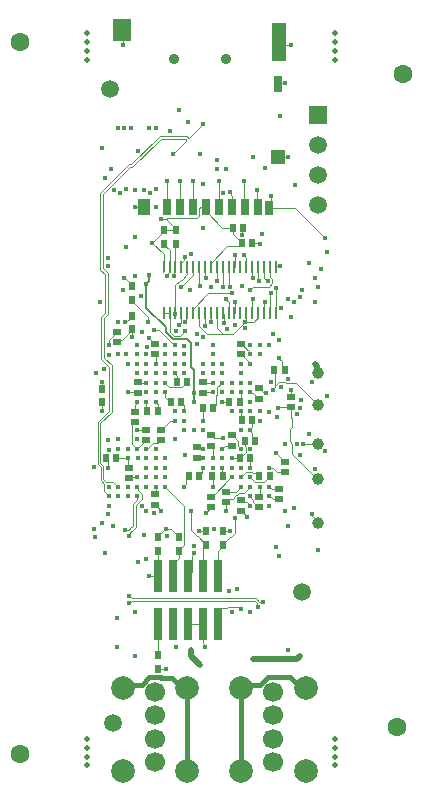
<source format=gbl>
G04*
G04 #@! TF.GenerationSoftware,Altium Limited,Altium Designer,21.8.1 (53)*
G04*
G04 Layer_Physical_Order=6*
G04 Layer_Color=16711680*
%FSLAX25Y25*%
%MOIN*%
G70*
G04*
G04 #@! TF.SameCoordinates,8CF8EC62-83D0-4302-AE6A-B584A4672486*
G04*
G04*
G04 #@! TF.FilePolarity,Positive*
G04*
G01*
G75*
%ADD12C,0.00787*%
%ADD28C,0.03937*%
%ADD29R,0.02362X0.02953*%
%ADD35R,0.02520X0.02362*%
%ADD38R,0.02362X0.02520*%
%ADD64C,0.06299*%
%ADD69C,0.00400*%
%ADD70C,0.00462*%
%ADD71C,0.00350*%
%ADD72C,0.00402*%
%ADD73C,0.01575*%
%ADD74C,0.01968*%
%ADD75C,0.05906*%
%ADD76C,0.01968*%
%ADD77R,0.05906X0.05906*%
%ADD78C,0.06693*%
%ADD79C,0.07874*%
%ADD80C,0.03543*%
%ADD81C,0.01772*%
%ADD82R,0.00984X0.03937*%
G04:AMPARAMS|DCode=83|XSize=39.37mil|YSize=9.84mil|CornerRadius=2.46mil|HoleSize=0mil|Usage=FLASHONLY|Rotation=270.000|XOffset=0mil|YOffset=0mil|HoleType=Round|Shape=RoundedRectangle|*
%AMROUNDEDRECTD83*
21,1,0.03937,0.00492,0,0,270.0*
21,1,0.03445,0.00984,0,0,270.0*
1,1,0.00492,-0.00246,-0.01722*
1,1,0.00492,-0.00246,0.01722*
1,1,0.00492,0.00246,0.01722*
1,1,0.00492,0.00246,-0.01722*
%
%ADD83ROUNDEDRECTD83*%
%ADD84R,0.02913X0.10984*%
%ADD85R,0.03150X0.05512*%
%ADD86R,0.04724X0.04724*%
%ADD87R,0.04724X0.12598*%
%ADD88R,0.05906X0.07480*%
%ADD89R,0.03937X0.05512*%
%ADD90R,0.02756X0.04724*%
%ADD91R,0.02756X0.05512*%
D12*
X28438Y163709D02*
X33141D01*
X34539Y162311D01*
X26186Y165962D02*
X28438Y163709D01*
X26186Y165962D02*
Y167712D01*
X35433Y142717D02*
Y145669D01*
Y153543D01*
X34539Y154437D02*
Y162311D01*
Y154437D02*
X35433Y153543D01*
X19685Y174213D02*
X26186Y167712D01*
X19685Y174213D02*
Y182087D01*
X20669Y183071D01*
Y185039D01*
D28*
X76772Y117126D02*
D03*
Y128937D02*
D03*
Y141732D02*
D03*
Y152559D02*
D03*
Y102362D02*
D03*
D29*
X23622Y53839D02*
D03*
Y58366D02*
D03*
Y97736D02*
D03*
Y93209D02*
D03*
X45276Y99705D02*
D03*
Y95177D02*
D03*
X39370Y99705D02*
D03*
Y95177D02*
D03*
X4921Y142717D02*
D03*
Y147244D02*
D03*
X30512Y97736D02*
D03*
Y93209D02*
D03*
X14764Y181398D02*
D03*
Y176870D02*
D03*
Y167028D02*
D03*
Y171555D02*
D03*
X29528Y200098D02*
D03*
Y195571D02*
D03*
X25591Y200098D02*
D03*
Y195571D02*
D03*
D35*
X57087Y107756D02*
D03*
Y111221D02*
D03*
X63976Y113937D02*
D03*
Y110472D02*
D03*
X36417Y127717D02*
D03*
Y124252D02*
D03*
X48228Y131653D02*
D03*
Y128189D02*
D03*
X41339Y128189D02*
D03*
Y131653D02*
D03*
X51181Y106535D02*
D03*
Y110000D02*
D03*
X65945Y122795D02*
D03*
Y119331D02*
D03*
X15748Y139528D02*
D03*
Y136063D02*
D03*
X19685Y133622D02*
D03*
Y130157D02*
D03*
X16732Y149370D02*
D03*
Y145905D02*
D03*
X24606Y133622D02*
D03*
Y130157D02*
D03*
X13780Y117362D02*
D03*
Y120827D02*
D03*
X51181Y158701D02*
D03*
Y162165D02*
D03*
X22638Y162165D02*
D03*
Y158701D02*
D03*
Y108504D02*
D03*
Y111969D02*
D03*
X9843Y162638D02*
D03*
Y166102D02*
D03*
X57087Y147402D02*
D03*
Y143937D02*
D03*
X46260Y109488D02*
D03*
Y112953D02*
D03*
X41339Y111221D02*
D03*
Y107756D02*
D03*
X38386Y145905D02*
D03*
Y149370D02*
D03*
X67913Y140984D02*
D03*
Y144449D02*
D03*
D38*
X38386Y140748D02*
D03*
X41850D02*
D03*
X60787Y118110D02*
D03*
X57323D02*
D03*
X19921Y139764D02*
D03*
X23386D02*
D03*
X51417Y195866D02*
D03*
X54882D02*
D03*
X51929Y200787D02*
D03*
X48465D02*
D03*
X54882Y136811D02*
D03*
X51417D02*
D03*
X41575Y118110D02*
D03*
X45039D02*
D03*
X54331Y124016D02*
D03*
X50866D02*
D03*
X9606Y124016D02*
D03*
X6142D02*
D03*
X33228Y149606D02*
D03*
X29764D02*
D03*
X62244Y153543D02*
D03*
X65709D02*
D03*
X33701Y118110D02*
D03*
X37165D02*
D03*
X55866Y129921D02*
D03*
X52402D02*
D03*
X47244Y142717D02*
D03*
X50709D02*
D03*
X31260D02*
D03*
X27795D02*
D03*
D64*
X-22638Y25591D02*
D03*
X105315Y251969D02*
D03*
X103347Y34449D02*
D03*
X-22638Y262795D02*
D03*
D69*
X24592Y203695D02*
X26226D01*
X56398Y208071D02*
X56693Y207776D01*
X56398Y208071D02*
Y213386D01*
X52324Y207814D02*
X52362Y207776D01*
X52324Y207814D02*
Y216497D01*
X14944Y164370D02*
Y166552D01*
X14764Y166732D02*
X14944Y166552D01*
X62894Y180648D02*
X62992Y180747D01*
X62894Y172539D02*
Y180648D01*
X4921Y139764D02*
Y142717D01*
X32283Y99489D02*
Y108268D01*
Y95276D02*
Y95983D01*
X32306Y96006D02*
Y99467D01*
X32283Y95983D02*
X32306Y96006D01*
X25984Y114567D02*
X32283Y108268D01*
Y99489D02*
X32306Y99467D01*
X30512Y93504D02*
X32283Y95276D01*
X51417Y195787D02*
Y195945D01*
X37091Y204825D02*
Y207240D01*
X41142Y189272D02*
X46676Y194806D01*
X37626Y207776D02*
X39370D01*
X25394Y187795D02*
Y192126D01*
X21654Y195866D02*
X25394Y192126D01*
X58996Y116240D02*
X60787Y118032D01*
X55807Y116240D02*
X55884D01*
X55888Y116237D02*
X58758D01*
X55884Y116240D02*
X55888Y116237D01*
X54331Y117717D02*
X55807Y116240D01*
X58761D02*
X58996D01*
X58758Y116237D02*
X58761Y116240D01*
X53280Y109318D02*
X54292Y108306D01*
X55213Y109550D02*
X57008Y107756D01*
X55213Y109550D02*
Y110141D01*
X54593Y110761D02*
X55213Y110141D01*
X54292Y108229D02*
Y108306D01*
X49787Y111794D02*
X50379Y112387D01*
X49667Y111794D02*
X49787D01*
X47241Y110469D02*
X48461D01*
X50379Y112387D02*
X52151D01*
X48461Y110469D02*
X49308Y111316D01*
Y111435D02*
X49667Y111794D01*
X49308Y111316D02*
Y111435D01*
X60695Y120812D02*
X61866D01*
X60630Y120877D02*
X60695Y120812D01*
X61866D02*
X63346Y119331D01*
X65945D01*
X22306Y166901D02*
X22425Y166782D01*
X23892D02*
X28863Y161811D01*
X29134D01*
X22425Y166782D02*
X23892D01*
X43465Y72795D02*
X44721Y74052D01*
X50208Y74420D02*
X50810Y73819D01*
X51181D01*
X43465Y68760D02*
Y72795D01*
X44721Y74052D02*
X46619D01*
X46988Y74420D01*
X50208D01*
X36525Y204260D02*
X37091Y204825D01*
X29528Y200098D02*
Y200394D01*
X26226Y203695D02*
X29528Y200394D01*
X26791Y204260D02*
X36525D01*
X50436Y194806D02*
X51417Y195787D01*
X37091Y207240D02*
X37626Y207776D01*
X41142Y187795D02*
Y189272D01*
X39370Y206398D02*
X44980Y200787D01*
X39370Y206398D02*
Y207776D01*
X44980Y200787D02*
X48465D01*
Y198898D02*
X51417Y195945D01*
X48465Y198898D02*
Y200787D01*
X13386Y146063D02*
X16575D01*
X16732Y145905D01*
X60433Y207382D02*
X69193D01*
X79144Y197431D01*
X4921Y147244D02*
Y149606D01*
X30512Y97736D02*
Y98032D01*
X37106Y99705D02*
X39370D01*
X34449Y100119D02*
X36449Y98119D01*
X34449Y100119D02*
Y106299D01*
X36724Y98119D02*
X38917Y95925D01*
X36449Y98119D02*
X36724D01*
X45276Y99705D02*
X47539D01*
X47832Y97754D02*
X49132Y99055D01*
Y104215D01*
X45276Y95472D02*
X47558Y97754D01*
X47832D01*
X45276Y94882D02*
Y95472D01*
X63378Y140917D02*
X63445Y140984D01*
X67913D01*
X14950Y128751D02*
X16535Y127165D01*
X14950Y128751D02*
Y135265D01*
X15748Y136063D01*
X9606Y124016D02*
X9606Y124016D01*
X13386D01*
Y121221D02*
X13780Y120827D01*
X13386Y121221D02*
Y124016D01*
X25591Y200098D02*
X29528D01*
X21654Y195866D02*
X25591Y199803D01*
X21654Y195866D02*
Y195866D01*
X25591Y199803D02*
Y200098D01*
X46676Y194806D02*
X50436D01*
X26226Y203695D02*
X26791Y204260D01*
X12106Y184055D02*
X12402D01*
X14764Y181693D01*
Y181398D02*
Y181693D01*
X29235Y99013D02*
X29531D01*
X27854Y100394D02*
X29235Y99013D01*
X29531D02*
X30512Y98032D01*
X26280Y100394D02*
X27854D01*
X25984D02*
X26280D01*
X23622Y98032D02*
X25984Y100394D01*
X23622Y97736D02*
Y98032D01*
X22638Y111969D02*
X22835Y112165D01*
Y114567D01*
Y155512D02*
Y158504D01*
X22638Y158701D02*
X22835Y158504D01*
X14764Y166732D02*
Y167028D01*
X10824Y163619D02*
X11650D01*
X9843Y162638D02*
X10824Y163619D01*
X11650D02*
X14764Y166732D01*
X62609Y148226D02*
Y153178D01*
Y147626D02*
Y148226D01*
X63770Y149387D01*
X62008Y147025D02*
X62609Y147626D01*
X62008Y146653D02*
Y147025D01*
X62244Y153543D02*
X62609Y153178D01*
X63770Y149387D02*
X65890D01*
X66272Y149005D01*
X69499D01*
X76772Y141732D01*
X76498Y117126D02*
X76772D01*
X68296Y125327D02*
X76498Y117126D01*
X67493Y129632D02*
Y133684D01*
X68148Y134339D01*
Y137314D01*
X67913Y137549D02*
X68148Y137314D01*
X67493Y129632D02*
X68296Y128829D01*
Y125327D02*
Y128829D01*
X67913Y137549D02*
Y140984D01*
X50103Y128243D02*
Y129857D01*
Y128243D02*
X51157Y127189D01*
Y127165D02*
Y127189D01*
X54331Y146063D02*
X54593Y145800D01*
X57008Y143937D02*
X57087D01*
X55144Y145800D02*
X57008Y143937D01*
X54593Y145800D02*
X55144D01*
X43296Y147627D02*
X44882Y149213D01*
X42832Y141729D02*
Y144942D01*
X43296Y145406D01*
X41850Y140748D02*
X42832Y141729D01*
X43296Y145406D02*
Y147627D01*
X35039Y207776D02*
Y216535D01*
X43701Y207776D02*
Y216535D01*
X74803Y104944D02*
X76772Y102975D01*
X74803Y104944D02*
Y105315D01*
X76772Y102362D02*
Y102975D01*
X33465Y68760D02*
X38465D01*
Y62382D02*
X39248Y61599D01*
X38465Y62382D02*
Y68760D01*
X39248Y61228D02*
Y61599D01*
X48228Y131653D02*
X48307D01*
X50103Y129857D01*
X54331Y120888D02*
Y124016D01*
X54885Y130902D02*
Y132539D01*
Y130902D02*
X55866Y129921D01*
X54331Y133093D02*
X54885Y132539D01*
X54331Y133093D02*
Y133465D01*
Y133836D02*
X54882Y134387D01*
X54331Y133465D02*
Y133836D01*
X54882Y134387D02*
Y136811D01*
X51181Y137047D02*
X51417Y136811D01*
X51181Y137047D02*
Y139764D01*
X14134Y117717D02*
X16535D01*
X13780Y117362D02*
X14134Y117717D01*
X32720Y115374D02*
Y117129D01*
X32283Y114938D02*
X32720Y115374D01*
Y117129D02*
X33701Y118110D01*
X32283Y114567D02*
Y114938D01*
X60787Y118032D02*
Y118110D01*
X52151Y112387D02*
X54331Y114567D01*
X46260Y109488D02*
X47241Y110469D01*
X57008Y107756D02*
X57087D01*
X54593Y110761D02*
Y111155D01*
X54331Y111417D02*
X54593Y111155D01*
X60630Y114567D02*
X61001D01*
X61631Y113937D02*
X63976D01*
X61001Y114567D02*
X61631Y113937D01*
X60630Y111417D02*
X60841D01*
X61786Y110472D02*
X63976D01*
X60841Y111417D02*
X61786Y110472D01*
X47913Y117717D02*
X48031D01*
X41339Y111221D02*
X41417D01*
X47913Y117717D01*
X46260Y112953D02*
X49567D01*
X51181Y114567D01*
Y110000D02*
X51863Y109318D01*
X53280D01*
X51181Y117717D02*
X52767Y119302D01*
X54988D02*
X55120Y119170D01*
X56342D01*
X57323Y118189D01*
X52767Y119302D02*
X54988D01*
X57323Y118110D02*
Y118189D01*
X57087Y111221D02*
X57480Y111614D01*
Y114567D01*
X57323Y118110D02*
X57480Y117953D01*
X48031Y124016D02*
X50866D01*
X44882Y118268D02*
Y120866D01*
Y118268D02*
X45039Y118110D01*
X41732Y114567D02*
Y117953D01*
X41575Y118110D02*
X41732Y117953D01*
X38146Y120059D02*
X38583Y120495D01*
X37165Y118110D02*
X38146Y119091D01*
Y120059D01*
X38583Y120495D02*
Y120866D01*
X36417Y124252D02*
X36654Y124016D01*
X38583D01*
X44936Y127165D02*
X45959Y128189D01*
X44882Y127165D02*
X44936D01*
X45959Y128189D02*
X48228D01*
X42087Y130905D02*
X45276D01*
X41339Y131653D02*
X42087Y130905D01*
X41339Y128189D02*
X41732Y127795D01*
Y124016D02*
Y127795D01*
X36417Y127717D02*
X36968Y127165D01*
X38583D01*
X16614Y127165D02*
X19606Y130157D01*
X19685D01*
X16535Y127165D02*
X16614D01*
X24685Y133622D02*
X27648Y136585D01*
X29105D02*
X29134Y136614D01*
X24606Y133622D02*
X24685D01*
X27648Y136585D02*
X29105D01*
X16535Y133465D02*
X19528D01*
X19685Y133622D01*
X44882Y142913D02*
X47047D01*
X47244Y142717D01*
X38386Y140748D02*
X38583Y140551D01*
Y136614D02*
Y140551D01*
X37303Y181506D02*
Y187697D01*
Y181506D02*
X37419Y181390D01*
X56988Y183169D02*
Y187697D01*
Y183169D02*
X57087Y183071D01*
X54921Y187795D02*
X54993Y187723D01*
Y184180D02*
X55065Y184108D01*
X54993Y184180D02*
Y187723D01*
X20669Y84646D02*
X23327D01*
X23465Y84784D01*
X34721Y86040D02*
Y91437D01*
X35433Y92149D02*
Y92520D01*
X33465Y84784D02*
X34721Y86040D01*
Y91437D02*
X35433Y92149D01*
X30512Y93209D02*
Y93504D01*
X38465Y94272D02*
X38917Y94724D01*
Y95925D01*
X23465Y68760D02*
X23622Y68602D01*
Y58366D02*
Y68602D01*
X43465Y93071D02*
X45276Y94882D01*
X43465Y84784D02*
Y93071D01*
X38465Y84784D02*
Y94272D01*
X30512Y90866D02*
Y93209D01*
X28465Y88819D02*
X30512Y90866D01*
X28465Y84784D02*
Y88819D01*
X23465Y93051D02*
X23622Y93209D01*
X23465Y84784D02*
Y93051D01*
X30709Y207776D02*
Y216535D01*
X37205Y187795D02*
X37303Y187697D01*
X56890Y187795D02*
X56988Y187697D01*
X52165Y191558D02*
Y191929D01*
X52953Y187795D02*
Y190771D01*
X52165Y191558D02*
X52953Y190771D01*
X45177Y181201D02*
X45276Y181102D01*
X45177Y181201D02*
Y187697D01*
X47297Y181352D02*
X47547Y181102D01*
X47047Y187795D02*
X47297Y187545D01*
Y181352D02*
Y187545D01*
X45079Y187795D02*
X45177Y187697D01*
X43209Y183169D02*
Y187697D01*
X43110Y187795D02*
X43209Y187697D01*
Y183169D02*
X43307Y183071D01*
X39272Y184154D02*
X39370Y184055D01*
X39173Y187795D02*
X39272Y187697D01*
Y184154D02*
Y187697D01*
X62795Y172441D02*
X62894Y172539D01*
D70*
X14715Y99818D02*
X16027Y101130D01*
X14699Y99818D02*
X14715D01*
X14352Y100694D02*
X15151Y101493D01*
X14336Y100694D02*
X14352D01*
X14329Y100686D02*
X14336Y100694D01*
X14329Y100686D02*
X14329D01*
X15151Y108791D02*
X16502Y110142D01*
X14692Y99811D02*
X14699Y99818D01*
X13776Y100133D02*
X14329Y100686D01*
X15151Y101493D02*
Y108791D01*
X14186Y99305D02*
X14692Y99811D01*
X16027Y101130D02*
Y108429D01*
X14692Y99811D02*
X14692D01*
X16027Y108429D02*
X18152Y110554D01*
X13952Y98230D02*
X14186Y98464D01*
Y99305D01*
X12568Y100031D02*
X12669Y100133D01*
X13776D01*
X4594Y157220D02*
Y170995D01*
Y157220D02*
X7207Y154607D01*
X3441Y135997D02*
X7207Y139763D01*
X5470Y113034D02*
Y115580D01*
X6104Y116184D02*
X8642D01*
X5470Y113034D02*
X7087Y111417D01*
X38386Y235339D02*
Y235441D01*
X24449Y230570D02*
X32693D01*
X32964Y230299D01*
X5470Y170633D02*
X6812Y171975D01*
X4365Y116685D02*
X5470Y115580D01*
X7207Y139763D02*
Y154607D01*
X4316Y135634D02*
X8083Y139401D01*
X4334Y212583D02*
X13712Y221961D01*
X5470Y157582D02*
Y170633D01*
X4365Y116685D02*
Y121051D01*
X5937Y172338D02*
Y185326D01*
X28543Y225394D02*
X32964Y229814D01*
X14965Y221086D02*
X24449Y230570D01*
X33583Y230918D02*
X33965D01*
X5470Y157582D02*
X8083Y154969D01*
X32964Y229814D02*
Y230299D01*
X4594Y170995D02*
X5937Y172338D01*
X14602Y221961D02*
X24086Y231445D01*
X4316Y122338D02*
X5241Y121414D01*
X33056Y231445D02*
X33583Y230918D01*
X4316Y122338D02*
Y135634D01*
X4334Y186928D02*
X5937Y185326D01*
X4334Y186928D02*
Y212583D01*
X24086Y231445D02*
X33056D01*
X6812Y171975D02*
Y185688D01*
X3441Y121976D02*
Y135997D01*
X8083Y139401D02*
Y154969D01*
X13712Y221961D02*
X14602D01*
X3441Y121976D02*
X4365Y121051D01*
X5210Y212221D02*
X14075Y221086D01*
X33965Y230918D02*
X38386Y235339D01*
X13772Y78066D02*
X14001D01*
X14729Y77338D01*
X13780Y75787D02*
X14029D01*
X56615Y74653D02*
Y75640D01*
X14729Y77338D02*
X56155D01*
X58221Y76259D02*
X58382Y76098D01*
X14029Y75787D02*
X14705Y76463D01*
X57234Y76259D02*
X58221D01*
X56155Y77338D02*
X57234Y76259D01*
X56615Y74653D02*
X56776Y74492D01*
X55792Y76463D02*
X56615Y75640D01*
X14705Y76463D02*
X55792D01*
X16502Y111384D02*
X16535Y111417D01*
X5210Y187291D02*
Y212221D01*
X5241Y117048D02*
Y121414D01*
X14075Y221086D02*
X14965D01*
X16786Y113453D02*
Y114316D01*
Y113453D02*
X18152Y112087D01*
X16502Y110142D02*
Y111384D01*
X18152Y110554D02*
Y112087D01*
X16535Y114567D02*
X16786Y114316D01*
X5241Y117048D02*
X6104Y116184D01*
X5210Y187291D02*
X6812Y185688D01*
X8642Y116184D02*
X10258Y114567D01*
D71*
X27362Y187795D02*
Y193504D01*
Y186319D02*
Y187795D01*
X67874Y144489D02*
X67913Y144449D01*
X67874Y144489D02*
Y146690D01*
X6142Y124016D02*
X6858Y123300D01*
Y120827D02*
Y123300D01*
X31634Y147933D02*
X33228Y149528D01*
X27264Y147933D02*
X28164D01*
X31364D02*
X31634D01*
X28164D02*
X28339Y147758D01*
X31189D02*
X31364Y147933D01*
X25984Y149213D02*
X27264Y147933D01*
X28339Y147758D02*
X31189D01*
X29240Y172244D02*
Y172441D01*
X29331Y181641D02*
X31279Y183589D01*
X29331Y172441D02*
Y181641D01*
X48612Y165499D02*
X50773Y167661D01*
X45131Y165499D02*
X48612D01*
X50773Y167661D02*
Y167820D01*
X52551Y169598D01*
X30512Y168386D02*
Y168771D01*
X31022Y169281D01*
X31279Y183589D02*
X31555D01*
X33268Y185302D02*
Y187795D01*
X31555Y183589D02*
X33268Y185302D01*
X39876Y165499D02*
X45131D01*
X37205Y168170D02*
X39876Y165499D01*
X37205Y168170D02*
Y172441D01*
X43110Y167520D02*
X45131Y165499D01*
X43110Y167520D02*
Y172441D01*
X23622Y53839D02*
X26280D01*
X7087Y163425D02*
X9764Y166102D01*
X9843D01*
X7087Y161811D02*
Y163425D01*
X64703Y154549D02*
Y156369D01*
Y154549D02*
X65709Y153543D01*
X63976Y157096D02*
X64703Y156369D01*
X63976Y157096D02*
Y157480D01*
X38543Y146063D02*
X41710D01*
X63112Y188272D02*
X64226D01*
X62795Y187955D02*
X63112Y188272D01*
X62795Y187795D02*
Y187955D01*
X51181Y162165D02*
X51260D01*
X54059Y159367D01*
Y158933D02*
Y159367D01*
Y158933D02*
X54331Y158661D01*
Y155512D02*
Y155630D01*
X51181Y158701D02*
X51260D01*
X54331Y155630D01*
X33228Y149528D02*
Y149606D01*
X29134Y152021D02*
X29764Y151391D01*
Y149606D02*
Y151391D01*
X29134Y152021D02*
Y152362D01*
X20669Y164055D02*
Y164134D01*
Y164055D02*
X22559Y162165D01*
X22638D01*
X20283Y169293D02*
Y171055D01*
X60433Y207382D02*
X61024Y207972D01*
Y211614D01*
X47819Y211639D02*
X48031Y211426D01*
X47819Y211639D02*
Y212357D01*
X47547Y212629D02*
X47819Y212357D01*
X48031Y207776D02*
Y211426D01*
X58957Y172539D02*
Y176083D01*
X59055Y176181D01*
X60925Y179035D02*
X61024Y179134D01*
X60925Y172539D02*
Y179035D01*
X58858Y172441D02*
X58957Y172539D01*
X55274Y181258D02*
X60434D01*
X54134Y180118D02*
X55274Y181258D01*
X55020Y177067D02*
X55118Y177165D01*
X55020Y172539D02*
Y177067D01*
X54921Y172441D02*
X55020Y172539D01*
X52752Y169689D02*
X52843Y169598D01*
X55523D01*
X52551D02*
X52843D01*
X55523D02*
X56890Y170965D01*
Y172441D01*
X52752Y172240D02*
X52953Y172441D01*
X52752Y169689D02*
Y172240D01*
X59579Y145752D02*
X59662Y145669D01*
X59307Y146024D02*
X59579Y145752D01*
X58543Y146024D02*
X59307D01*
X57165Y147402D02*
X58543Y146024D01*
X57087Y147402D02*
X57165D01*
X53150Y104567D02*
Y104646D01*
X51260Y106535D02*
X53150Y104646D01*
X51181Y106535D02*
X51260D01*
X46260Y106299D02*
Y109488D01*
X39370Y105801D02*
Y105866D01*
X41260Y107756D01*
X41339D01*
X24606Y106535D02*
Y106614D01*
X22717Y108504D02*
X24606Y106614D01*
X22638Y108504D02*
X22717D01*
X19685Y127187D02*
X19988D01*
X21952Y129151D01*
X23600D02*
X24606Y130157D01*
X21952Y129151D02*
X23600D01*
X38386Y145905D02*
X38543Y146063D01*
X32266Y141192D02*
Y141710D01*
Y141192D02*
X32283Y141175D01*
Y139764D02*
Y141175D01*
X31260Y142717D02*
X32266Y141710D01*
X15748Y141741D02*
X16535Y142529D01*
X15748Y139528D02*
Y141741D01*
X16535Y142529D02*
Y142913D01*
X19685Y140000D02*
X19921Y139764D01*
X19685Y140000D02*
Y142913D01*
X16732Y149370D02*
X16890Y149213D01*
X19685D01*
X15748Y207677D02*
X18799D01*
X18898Y207776D01*
X51583Y198512D02*
Y200441D01*
X51929Y200787D01*
X57264Y195491D02*
X57649D01*
X54882Y195866D02*
X56889D01*
X57264Y195491D01*
X49114Y187894D02*
Y191831D01*
X49213Y191929D01*
X49016Y187795D02*
X49114Y187894D01*
X63386Y224311D02*
X63484Y224410D01*
X66929D01*
X63681Y249016D02*
X65945D01*
X63386Y248721D02*
X63681Y249016D01*
X64862Y261811D02*
X67913D01*
X63779Y262894D02*
X64862Y261811D01*
X11811D02*
Y266437D01*
X11417Y266831D02*
X11811Y266437D01*
X31296Y181230D02*
X35236Y185170D01*
X31127Y181230D02*
X31296D01*
X32168Y190140D02*
Y190836D01*
X32440Y191108D01*
X31299Y187795D02*
Y189272D01*
X32168Y190140D01*
X26378Y207776D02*
Y216535D01*
X32583Y169320D02*
Y169704D01*
X35236Y173917D02*
X40275Y178956D01*
X48290D01*
X35236Y172441D02*
Y173917D01*
X31022Y169281D02*
Y172164D01*
X32583Y169704D02*
X32951Y170072D01*
Y172124D01*
X33268Y172441D01*
X60434Y181258D02*
X61600Y182424D01*
Y183826D01*
X60827Y184600D02*
X61600Y183826D01*
X60827Y184600D02*
Y187795D01*
X58858Y184252D02*
X60039Y183071D01*
X58858Y184252D02*
Y187795D01*
X46260Y176781D02*
Y177165D01*
Y176781D02*
X47047Y175993D01*
Y172441D02*
Y175993D01*
X41142Y172441D02*
X41240Y172343D01*
Y169390D02*
X41339Y169291D01*
X41240Y169390D02*
Y172343D01*
X45371Y169515D02*
X45643Y169243D01*
X45079Y172441D02*
X45371Y172149D01*
Y169515D02*
Y172149D01*
X25591Y195276D02*
X27362Y193504D01*
X25591Y195276D02*
Y195571D01*
X29331Y195374D02*
X29528Y195571D01*
X29331Y187795D02*
Y195374D01*
X14764Y176575D02*
Y176870D01*
Y176575D02*
X20283Y171055D01*
X12603Y169484D02*
X12875Y169756D01*
X13260D02*
X14764Y171260D01*
X12875Y169756D02*
X13260D01*
X14764Y171260D02*
Y171555D01*
X31022Y172164D02*
X31299Y172441D01*
X39240Y168342D02*
Y172374D01*
X39173Y172441D02*
X39240Y172374D01*
Y168342D02*
X39307Y168275D01*
X49114Y172539D02*
Y176083D01*
X49213Y176181D01*
X49016Y172441D02*
X49114Y172539D01*
X60827Y172441D02*
X60925Y172539D01*
X35236Y185170D02*
Y187795D01*
X29014Y187478D02*
X29331Y187795D01*
X28730Y185118D02*
X29014Y185401D01*
Y187478D01*
X28730Y184733D02*
Y185118D01*
X26460Y184662D02*
X26732Y184934D01*
Y185688D01*
X27362Y186319D01*
D72*
Y166260D02*
X28870Y164752D01*
X27362Y166260D02*
Y172441D01*
X28870Y164752D02*
X30894D01*
X32480Y166339D01*
X25394Y172441D02*
X27362D01*
X62992Y125669D02*
Y125748D01*
Y125669D02*
X65866Y122795D01*
X65945D01*
X50866Y124016D02*
Y124094D01*
X52744Y125972D02*
Y127822D01*
X52402Y128165D02*
Y129921D01*
Y128165D02*
X52744Y127822D01*
X50866Y124094D02*
X52744Y125972D01*
X71850Y128937D02*
X76772D01*
X76772Y128937D01*
X51181Y143189D02*
Y146063D01*
X50709Y142717D02*
X51181Y143189D01*
X38543Y149213D02*
X41732D01*
X38386Y149370D02*
X38543Y149213D01*
X26016Y144575D02*
Y146031D01*
X27795Y142717D02*
Y142795D01*
X26016Y144575D02*
X27795Y142795D01*
X25984Y146063D02*
X26016Y146031D01*
X22835Y142543D02*
Y142913D01*
X23386Y139764D02*
Y141991D01*
X22835Y142543D02*
X23386Y141991D01*
D73*
X24666Y50941D02*
X28131D01*
X24603Y51004D02*
X24666Y50941D01*
X13059Y48453D02*
X18122D01*
X20673Y51004D02*
X24603D01*
X18122Y48453D02*
X20673Y51004D01*
X57492Y48453D02*
X60043Y51004D01*
X67437D02*
X71118Y47323D01*
X52429Y48453D02*
X57492D01*
X60043Y51004D02*
X67437D01*
X33346Y19764D02*
Y47323D01*
X51299Y19764D02*
Y47323D01*
X52429Y48453D01*
X71118Y47323D02*
X72716D01*
X28131Y50941D02*
X31748Y47323D01*
X11929D02*
X13059Y48453D01*
X31748Y47323D02*
X33346D01*
D74*
X75787Y155512D02*
X76395Y154904D01*
Y152936D02*
Y154904D01*
Y152936D02*
X76772Y152559D01*
X34449Y58071D02*
Y60039D01*
Y58071D02*
X37402Y55118D01*
X69882Y57087D02*
X70866Y58071D01*
X55118Y57087D02*
X69882D01*
D75*
X71612Y79605D02*
D03*
X8563Y35925D02*
D03*
X7465Y247100D02*
D03*
X76772Y208504D02*
D03*
Y218504D02*
D03*
Y228504D02*
D03*
D76*
X0Y21654D02*
D03*
Y24606D02*
D03*
Y27559D02*
D03*
Y30512D02*
D03*
X82677Y21654D02*
D03*
Y24606D02*
D03*
Y27559D02*
D03*
Y30512D02*
D03*
Y265748D02*
D03*
Y262795D02*
D03*
Y259842D02*
D03*
Y256890D02*
D03*
X0D02*
D03*
Y259842D02*
D03*
Y262795D02*
D03*
Y265748D02*
D03*
D77*
X76772Y238504D02*
D03*
D78*
X22638Y22638D02*
D03*
Y38386D02*
D03*
Y30512D02*
D03*
Y46260D02*
D03*
X62008Y22638D02*
D03*
Y38386D02*
D03*
Y30512D02*
D03*
Y46260D02*
D03*
D79*
X33346Y19764D02*
D03*
X11929D02*
D03*
Y47323D02*
D03*
X33346D02*
D03*
X72716Y19764D02*
D03*
X51299D02*
D03*
Y47323D02*
D03*
X72716D02*
D03*
D80*
X28740Y257279D02*
D03*
X46063D02*
D03*
D81*
X22835Y207677D02*
D03*
X24592Y203695D02*
D03*
X56398Y213386D02*
D03*
X52324Y216497D02*
D03*
X27461Y233268D02*
D03*
X25984Y161811D02*
D03*
X14944Y164370D02*
D03*
X6826Y190748D02*
D03*
X67874Y146690D02*
D03*
X71344Y143491D02*
D03*
X62992Y180747D02*
D03*
X6858Y120827D02*
D03*
X2067Y121063D02*
D03*
X13952Y98230D02*
D03*
X16732Y226378D02*
D03*
X5591Y153937D02*
D03*
X4320Y176181D02*
D03*
X4921Y139764D02*
D03*
X8412Y101585D02*
D03*
X54292Y108229D02*
D03*
X12795Y194500D02*
D03*
X29240Y172244D02*
D03*
X67913Y171260D02*
D03*
X52551Y167323D02*
D03*
X32480Y166339D02*
D03*
X30512Y168386D02*
D03*
X52551Y169598D02*
D03*
X51181Y73819D02*
D03*
X58071Y198819D02*
D03*
X15748Y197835D02*
D03*
X35433Y142717D02*
D03*
Y145669D02*
D03*
X17717Y178150D02*
D03*
X29134Y161811D02*
D03*
X32305Y161419D02*
D03*
X19685Y182087D02*
D03*
X20669Y185039D02*
D03*
X15748Y184835D02*
D03*
X26280Y53839D02*
D03*
X62992Y125748D02*
D03*
X79144Y197431D02*
D03*
X79710Y192913D02*
D03*
Y144685D02*
D03*
X79144Y126565D02*
D03*
X4921Y149606D02*
D03*
X2953Y152559D02*
D03*
X37106Y99705D02*
D03*
X47539D02*
D03*
X49803Y80315D02*
D03*
X63287Y137795D02*
D03*
X63378Y140917D02*
D03*
X73819Y189173D02*
D03*
X38386Y215551D02*
D03*
X21654Y195866D02*
D03*
X12106Y184055D02*
D03*
X6890Y105315D02*
D03*
X2067Y100394D02*
D03*
X4921Y102567D02*
D03*
X18152Y108268D02*
D03*
X26280Y100394D02*
D03*
X26575Y98141D02*
D03*
X19685Y158661D02*
D03*
X64427Y147801D02*
D03*
X62008Y146653D02*
D03*
X15748Y213583D02*
D03*
X59055Y220768D02*
D03*
X69193Y215256D02*
D03*
X64272Y238189D02*
D03*
X51157Y127165D02*
D03*
X68898Y107520D02*
D03*
X60630Y139582D02*
D03*
X41710Y146063D02*
D03*
X71850Y128937D02*
D03*
X69882D02*
D03*
X64226Y188272D02*
D03*
X71449Y180118D02*
D03*
X70866Y177922D02*
D03*
X73819Y132243D02*
D03*
X69962Y138664D02*
D03*
X74803Y149606D02*
D03*
X76772Y181102D02*
D03*
X75787Y184055D02*
D03*
X66929Y177165D02*
D03*
X68961Y176149D02*
D03*
X75787Y176181D02*
D03*
X61024Y149606D02*
D03*
X66929Y150591D02*
D03*
X70866Y140748D02*
D03*
X20669Y164134D02*
D03*
X20283Y169293D02*
D03*
X22306Y166901D02*
D03*
X19905Y161017D02*
D03*
X18088Y165967D02*
D03*
X6826Y187961D02*
D03*
X61024Y211614D02*
D03*
X45287Y212402D02*
D03*
X47547Y212629D02*
D03*
X7874Y220472D02*
D03*
X61024Y179134D02*
D03*
X59055Y176181D02*
D03*
X54134Y180118D02*
D03*
X55118Y177165D02*
D03*
X64673Y174213D02*
D03*
X51476Y181398D02*
D03*
X63976Y163386D02*
D03*
X60630Y161811D02*
D03*
X63976Y157480D02*
D03*
X59579Y145752D02*
D03*
X65945Y128937D02*
D03*
X75711Y120308D02*
D03*
X70866Y125000D02*
D03*
X53150Y104567D02*
D03*
X46260Y106299D02*
D03*
X39370Y105801D02*
D03*
X24606Y106535D02*
D03*
X22304Y105937D02*
D03*
X47244Y79724D02*
D03*
X35433Y94791D02*
D03*
X16732Y89567D02*
D03*
X5906Y92520D02*
D03*
X75787Y155512D02*
D03*
X74803Y105315D02*
D03*
X65945Y106299D02*
D03*
X62992Y94488D02*
D03*
X63976Y91535D02*
D03*
X55118Y57087D02*
D03*
X15748Y58071D02*
D03*
X9843Y61024D02*
D03*
Y70866D02*
D03*
X15748Y72835D02*
D03*
X29528Y61024D02*
D03*
X48228Y72835D02*
D03*
X54134D02*
D03*
X66929Y60039D02*
D03*
X30512Y240158D02*
D03*
X33465Y236221D02*
D03*
X37402Y225394D02*
D03*
X55118Y224410D02*
D03*
X46260Y220472D02*
D03*
X43307D02*
D03*
Y223425D02*
D03*
X39248Y61228D02*
D03*
X54331Y127165D02*
D03*
Y120888D02*
D03*
X15748Y207677D02*
D03*
X51583Y198512D02*
D03*
X57649Y195491D02*
D03*
X49213Y191929D02*
D03*
X66929Y224410D02*
D03*
X65945Y249016D02*
D03*
X67913Y261811D02*
D03*
X11811D02*
D03*
X60630Y120877D02*
D03*
X22835Y127187D02*
D03*
X10258Y111417D02*
D03*
X7087Y108268D02*
D03*
X13386Y111417D02*
D03*
X54331Y161811D02*
D03*
X57480Y158661D02*
D03*
X54331Y155512D02*
D03*
X44882D02*
D03*
X51181Y152362D02*
D03*
X48031Y149213D02*
D03*
Y146063D02*
D03*
Y139764D02*
D03*
X44882Y146063D02*
D03*
Y142913D02*
D03*
X60630Y114567D02*
D03*
X54331Y117717D02*
D03*
Y114567D02*
D03*
X60630Y108268D02*
D03*
X54331Y111417D02*
D03*
Y133465D02*
D03*
X48031Y120866D02*
D03*
X44882Y124016D02*
D03*
X41732Y124016D02*
D03*
X51181Y120866D02*
D03*
X41732Y114567D02*
D03*
X32283Y155512D02*
D03*
X38583Y136614D02*
D03*
X25984Y149213D02*
D03*
X32283Y139764D02*
D03*
Y136614D02*
D03*
X29134Y139764D02*
D03*
Y136614D02*
D03*
X16535Y152346D02*
D03*
X13386Y155512D02*
D03*
X10258Y158661D02*
D03*
X7087Y161811D02*
D03*
X22835Y149213D02*
D03*
Y146063D02*
D03*
X19685Y149213D02*
D03*
Y146063D02*
D03*
Y142913D02*
D03*
X16535D02*
D03*
X38583Y133465D02*
D03*
X35433Y133465D02*
D03*
X32283D02*
D03*
X38583Y127165D02*
D03*
X29134Y130315D02*
D03*
X32283Y114567D02*
D03*
X25984Y120866D02*
D03*
Y124016D02*
D03*
Y117717D02*
D03*
X22835Y124016D02*
D03*
X19685D02*
D03*
X22835Y120866D02*
D03*
Y117717D02*
D03*
X19685Y120866D02*
D03*
X16535Y130315D02*
D03*
X16535Y133465D02*
D03*
X16535Y117717D02*
D03*
X13386Y127165D02*
D03*
Y114567D02*
D03*
X7087D02*
D03*
X34449Y60039D02*
D03*
X37402Y55118D02*
D03*
X70866Y58071D02*
D03*
X38386Y200787D02*
D03*
X37419Y181390D02*
D03*
X31127Y181230D02*
D03*
X57087Y183071D02*
D03*
X55065Y184108D02*
D03*
X62008Y165354D02*
D03*
X32440Y191108D02*
D03*
X34485Y192097D02*
D03*
X77756Y187008D02*
D03*
X76772Y93504D02*
D03*
X2428Y97691D02*
D03*
X20669Y84646D02*
D03*
X19376Y90514D02*
D03*
X35433Y92520D02*
D03*
X19685Y106313D02*
D03*
X49132Y104215D02*
D03*
X34449Y106299D02*
D03*
X32480Y125000D02*
D03*
X19685Y127187D02*
D03*
X16732Y124016D02*
D03*
X43701Y216535D02*
D03*
X26378D02*
D03*
X30709D02*
D03*
X35039D02*
D03*
X22789Y234252D02*
D03*
X20518D02*
D03*
X10069D02*
D03*
X12341D02*
D03*
X14612D02*
D03*
X38386Y235441D02*
D03*
X6890Y129993D02*
D03*
X18701Y98425D02*
D03*
X10258Y114567D02*
D03*
X12568Y100031D02*
D03*
X42323Y100394D02*
D03*
X66929Y101378D02*
D03*
X13772Y78066D02*
D03*
X13780Y75787D02*
D03*
X58382Y76098D02*
D03*
X56776Y74492D02*
D03*
X16535Y114567D02*
D03*
Y111417D02*
D03*
X7087D02*
D03*
X28543Y225394D02*
D03*
X7152Y126822D02*
D03*
X10236Y130315D02*
D03*
X16535Y158639D02*
D03*
Y155468D02*
D03*
X7087Y158465D02*
D03*
X5906Y217520D02*
D03*
X4921Y227362D02*
D03*
X41339Y181102D02*
D03*
X22737Y213636D02*
D03*
X20733Y212567D02*
D03*
X36417Y162119D02*
D03*
X38486Y164367D02*
D03*
X36514Y165496D02*
D03*
X18701Y213583D02*
D03*
X48290Y178956D02*
D03*
X29528Y166339D02*
D03*
X32583Y169320D02*
D03*
X25984Y158661D02*
D03*
X32305D02*
D03*
X29134D02*
D03*
X12895Y213636D02*
D03*
X34315Y180268D02*
D03*
X11819Y180118D02*
D03*
X10890Y212567D02*
D03*
X10258Y169291D02*
D03*
X8858Y213583D02*
D03*
X60039Y183071D02*
D03*
X52165Y191929D02*
D03*
X46260Y177165D02*
D03*
X45276Y181102D02*
D03*
X41339Y169291D02*
D03*
X47547Y181102D02*
D03*
X46457Y167122D02*
D03*
X45643Y169243D02*
D03*
X38561Y155512D02*
D03*
X41930Y158661D02*
D03*
Y161811D02*
D03*
X43307Y183071D02*
D03*
X39370Y184055D02*
D03*
X12972Y158661D02*
D03*
X16535Y161811D02*
D03*
X12603Y169484D02*
D03*
X39307Y168275D02*
D03*
X49213Y168307D02*
D03*
Y176181D02*
D03*
X28730Y184733D02*
D03*
X26460Y184662D02*
D03*
X45276Y130905D02*
D03*
X22835Y142913D02*
D03*
X25984Y146063D02*
D03*
X38583Y124016D02*
D03*
X41732Y149213D02*
D03*
X44882Y127165D02*
D03*
X41732Y120866D02*
D03*
X51181Y133465D02*
D03*
X44882Y149213D02*
D03*
X32283Y152362D02*
D03*
X51181Y139764D02*
D03*
X29134Y152362D02*
D03*
X38583D02*
D03*
Y120866D02*
D03*
X16535Y127165D02*
D03*
X25984Y152362D02*
D03*
X41732D02*
D03*
X51181Y146063D02*
D03*
X22835Y152362D02*
D03*
X44882D02*
D03*
X54331Y139764D02*
D03*
X29134Y155512D02*
D03*
X25984Y114567D02*
D03*
X54331Y142913D02*
D03*
X25984Y155512D02*
D03*
X41732D02*
D03*
X19685Y117717D02*
D03*
X44882Y120866D02*
D03*
X48031Y124016D02*
D03*
X51181Y149213D02*
D03*
X19685Y152362D02*
D03*
X22835Y114567D02*
D03*
X13386Y124016D02*
D03*
Y146063D02*
D03*
X54331D02*
D03*
X22835Y155512D02*
D03*
X57480Y136614D02*
D03*
Y139764D02*
D03*
X19685Y114567D02*
D03*
X54331Y149213D02*
D03*
X19685Y155512D02*
D03*
X10236Y127165D02*
D03*
X48031Y117717D02*
D03*
X51181Y117717D02*
D03*
X51181Y155512D02*
D03*
X51181Y114567D02*
D03*
X57480D02*
D03*
X54331Y158661D02*
D03*
X60630Y111417D02*
D03*
X57480Y161811D02*
D03*
D82*
X62795Y172441D02*
D03*
X60827D02*
D03*
X58858D02*
D03*
X56890D02*
D03*
X54921D02*
D03*
X52953D02*
D03*
X50984D02*
D03*
X49016D02*
D03*
X47047D02*
D03*
X45079D02*
D03*
X43110D02*
D03*
X41142D02*
D03*
X39173D02*
D03*
X37205D02*
D03*
X35236D02*
D03*
X33268D02*
D03*
X31299D02*
D03*
X29331D02*
D03*
X27362D02*
D03*
X25394D02*
D03*
X62795Y187795D02*
D03*
X60827D02*
D03*
X58858D02*
D03*
X56890D02*
D03*
X54921D02*
D03*
X52953D02*
D03*
X50984D02*
D03*
X49016D02*
D03*
X47047D02*
D03*
X45079D02*
D03*
X43110D02*
D03*
X41142D02*
D03*
X39173D02*
D03*
X37205D02*
D03*
X35236D02*
D03*
X33268D02*
D03*
X31299D02*
D03*
X29331D02*
D03*
X27362D02*
D03*
D83*
X25394D02*
D03*
D84*
X43465Y84784D02*
D03*
X38465D02*
D03*
X33465D02*
D03*
X28465D02*
D03*
X23465D02*
D03*
Y68760D02*
D03*
X28465D02*
D03*
X33465D02*
D03*
X38465D02*
D03*
X43465D02*
D03*
D85*
X63386Y248721D02*
D03*
D86*
Y224311D02*
D03*
D87*
X63779Y262894D02*
D03*
D88*
X11417Y266831D02*
D03*
D89*
X18898Y207776D02*
D03*
D90*
X60433Y207382D02*
D03*
D91*
X56693Y207776D02*
D03*
X52362D02*
D03*
X48031D02*
D03*
X43701D02*
D03*
X39370D02*
D03*
X35039D02*
D03*
X30709D02*
D03*
X26378D02*
D03*
M02*

</source>
